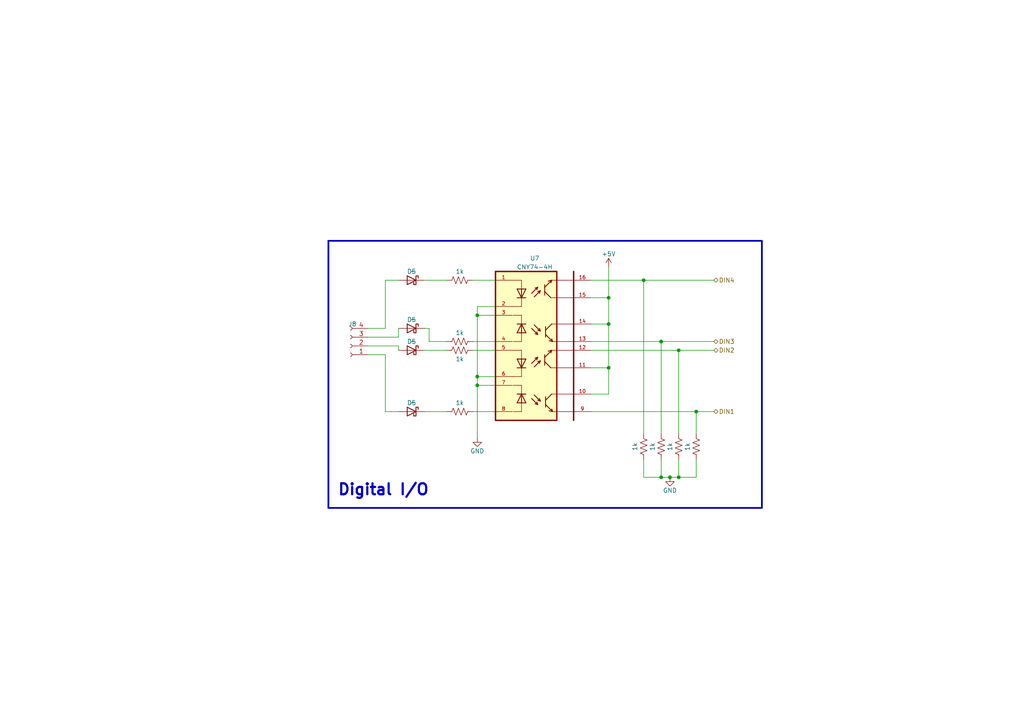
<source format=kicad_sch>
(kicad_sch (version 20230121) (generator eeschema)

  (uuid b012e465-96fd-4da8-95eb-3c0cecf639de)

  (paper "A4")

  (lib_symbols
    (symbol "CNY74-4H:CNY74-4H" (pin_names (offset 1.016)) (in_bom yes) (on_board yes)
      (property "Reference" "U" (at 0 -5.08 0)
        (effects (font (size 1.27 1.27)) (justify left bottom))
      )
      (property "Value" "CNY74-4H" (at 0 -2.54 0)
        (effects (font (size 1.27 1.27)) (justify left bottom))
      )
      (property "Footprint" "CNY74-4H:DIL16" (at 0 0 0)
        (effects (font (size 1.27 1.27)) (justify bottom) hide)
      )
      (property "Datasheet" "" (at 0 0 0)
        (effects (font (size 1.27 1.27)) hide)
      )
      (property "MF" "Vishay" (at 0 0 0)
        (effects (font (size 1.27 1.27)) (justify bottom) hide)
      )
      (property "Description" "\nOptoisolator Transistor Output 5300Vrms 4 Channel 16-DIP\n" (at 0 0 0)
        (effects (font (size 1.27 1.27)) (justify bottom) hide)
      )
      (property "Package" "DIP-16 Vishay" (at 0 0 0)
        (effects (font (size 1.27 1.27)) (justify bottom) hide)
      )
      (property "MPN" "CNY74-4H" (at 0 0 0)
        (effects (font (size 1.27 1.27)) (justify bottom) hide)
      )
      (property "Price" "None" (at 0 0 0)
        (effects (font (size 1.27 1.27)) (justify bottom) hide)
      )
      (property "Check_prices" "https://www.snapeda.com/parts/CNY74-4H/Vishay+Semiconductor+Opto+Division/view-part/?ref=eda" (at 0 0 0)
        (effects (font (size 1.27 1.27)) (justify bottom) hide)
      )
      (property "SnapEDA_Link" "https://www.snapeda.com/parts/CNY74-4H/Vishay+Semiconductor+Opto+Division/view-part/?ref=snap" (at 0 0 0)
        (effects (font (size 1.27 1.27)) (justify bottom) hide)
      )
      (property "MP" "CNY74-4H" (at 0 0 0)
        (effects (font (size 1.27 1.27)) (justify bottom) hide)
      )
      (property "Availability" "In Stock" (at 0 0 0)
        (effects (font (size 1.27 1.27)) (justify bottom) hide)
      )
      (property "MANUFACTURER" "Vishay" (at 0 0 0)
        (effects (font (size 1.27 1.27)) (justify bottom) hide)
      )
      (symbol "CNY74-4H_0_0"
        (rectangle (start -4.8752 0) (end 12.9048 43.18)
          (stroke (width 0.4064) (type default))
          (fill (type background))
        )
        (polyline
          (pts
            (xy 0 12.7)
            (xy 2.667 12.7)
          )
          (stroke (width 0.1524) (type default))
          (fill (type none))
        )
        (polyline
          (pts
            (xy 0 20.32)
            (xy 2.667 20.32)
          )
          (stroke (width 0.1524) (type default))
          (fill (type none))
        )
        (polyline
          (pts
            (xy 0 33.02)
            (xy 2.667 33.02)
          )
          (stroke (width 0.1524) (type default))
          (fill (type none))
        )
        (polyline
          (pts
            (xy 0 40.64)
            (xy 2.667 40.64)
          )
          (stroke (width 0.1524) (type default))
          (fill (type none))
        )
        (polyline
          (pts
            (xy 0.254 2.54)
            (xy 2.667 2.54)
          )
          (stroke (width 0.1524) (type default))
          (fill (type none))
        )
        (polyline
          (pts
            (xy 0.254 10.16)
            (xy 2.667 10.16)
          )
          (stroke (width 0.1524) (type default))
          (fill (type none))
        )
        (polyline
          (pts
            (xy 0.254 22.86)
            (xy 2.667 22.86)
          )
          (stroke (width 0.1524) (type default))
          (fill (type none))
        )
        (polyline
          (pts
            (xy 0.254 30.48)
            (xy 2.667 30.48)
          )
          (stroke (width 0.1524) (type default))
          (fill (type none))
        )
        (polyline
          (pts
            (xy 2.667 5.08)
            (xy 1.397 5.08)
          )
          (stroke (width 0.254) (type default))
          (fill (type none))
        )
        (polyline
          (pts
            (xy 2.667 5.08)
            (xy 2.667 2.54)
          )
          (stroke (width 0.1524) (type default))
          (fill (type none))
        )
        (polyline
          (pts
            (xy 2.667 5.08)
            (xy 2.667 7.62)
          )
          (stroke (width 0.254) (type default))
          (fill (type none))
        )
        (polyline
          (pts
            (xy 2.667 7.62)
            (xy 1.397 5.08)
          )
          (stroke (width 0.254) (type default))
          (fill (type none))
        )
        (polyline
          (pts
            (xy 2.667 7.62)
            (xy 1.397 7.62)
          )
          (stroke (width 0.254) (type default))
          (fill (type none))
        )
        (polyline
          (pts
            (xy 2.667 10.16)
            (xy 2.667 7.62)
          )
          (stroke (width 0.1524) (type default))
          (fill (type none))
        )
        (polyline
          (pts
            (xy 2.667 12.7)
            (xy 2.667 15.24)
          )
          (stroke (width 0.1524) (type default))
          (fill (type none))
        )
        (polyline
          (pts
            (xy 2.667 15.24)
            (xy 1.397 15.24)
          )
          (stroke (width 0.254) (type default))
          (fill (type none))
        )
        (polyline
          (pts
            (xy 2.667 15.24)
            (xy 1.397 17.78)
          )
          (stroke (width 0.254) (type default))
          (fill (type none))
        )
        (polyline
          (pts
            (xy 2.667 17.78)
            (xy 1.397 17.78)
          )
          (stroke (width 0.254) (type default))
          (fill (type none))
        )
        (polyline
          (pts
            (xy 2.667 17.78)
            (xy 2.667 15.24)
          )
          (stroke (width 0.254) (type default))
          (fill (type none))
        )
        (polyline
          (pts
            (xy 2.667 17.78)
            (xy 2.667 20.32)
          )
          (stroke (width 0.1524) (type default))
          (fill (type none))
        )
        (polyline
          (pts
            (xy 2.667 25.4)
            (xy 1.397 25.4)
          )
          (stroke (width 0.254) (type default))
          (fill (type none))
        )
        (polyline
          (pts
            (xy 2.667 25.4)
            (xy 2.667 22.86)
          )
          (stroke (width 0.1524) (type default))
          (fill (type none))
        )
        (polyline
          (pts
            (xy 2.667 25.4)
            (xy 2.667 27.94)
          )
          (stroke (width 0.254) (type default))
          (fill (type none))
        )
        (polyline
          (pts
            (xy 2.667 27.94)
            (xy 1.397 25.4)
          )
          (stroke (width 0.254) (type default))
          (fill (type none))
        )
        (polyline
          (pts
            (xy 2.667 27.94)
            (xy 1.397 27.94)
          )
          (stroke (width 0.254) (type default))
          (fill (type none))
        )
        (polyline
          (pts
            (xy 2.667 30.48)
            (xy 2.667 27.94)
          )
          (stroke (width 0.1524) (type default))
          (fill (type none))
        )
        (polyline
          (pts
            (xy 2.667 33.02)
            (xy 2.667 35.56)
          )
          (stroke (width 0.1524) (type default))
          (fill (type none))
        )
        (polyline
          (pts
            (xy 2.667 35.56)
            (xy 1.397 35.56)
          )
          (stroke (width 0.254) (type default))
          (fill (type none))
        )
        (polyline
          (pts
            (xy 2.667 35.56)
            (xy 1.397 38.1)
          )
          (stroke (width 0.254) (type default))
          (fill (type none))
        )
        (polyline
          (pts
            (xy 2.667 38.1)
            (xy 1.397 38.1)
          )
          (stroke (width 0.254) (type default))
          (fill (type none))
        )
        (polyline
          (pts
            (xy 2.667 38.1)
            (xy 2.667 35.56)
          )
          (stroke (width 0.254) (type default))
          (fill (type none))
        )
        (polyline
          (pts
            (xy 2.667 38.1)
            (xy 2.667 40.64)
          )
          (stroke (width 0.1524) (type default))
          (fill (type none))
        )
        (polyline
          (pts
            (xy 3.937 5.08)
            (xy 2.667 5.08)
          )
          (stroke (width 0.254) (type default))
          (fill (type none))
        )
        (polyline
          (pts
            (xy 3.937 5.08)
            (xy 2.667 7.62)
          )
          (stroke (width 0.254) (type default))
          (fill (type none))
        )
        (polyline
          (pts
            (xy 3.937 7.62)
            (xy 2.667 7.62)
          )
          (stroke (width 0.254) (type default))
          (fill (type none))
        )
        (polyline
          (pts
            (xy 3.937 15.24)
            (xy 2.667 15.24)
          )
          (stroke (width 0.254) (type default))
          (fill (type none))
        )
        (polyline
          (pts
            (xy 3.937 17.78)
            (xy 2.667 15.24)
          )
          (stroke (width 0.254) (type default))
          (fill (type none))
        )
        (polyline
          (pts
            (xy 3.937 17.78)
            (xy 2.667 17.78)
          )
          (stroke (width 0.254) (type default))
          (fill (type none))
        )
        (polyline
          (pts
            (xy 3.937 25.4)
            (xy 2.667 25.4)
          )
          (stroke (width 0.254) (type default))
          (fill (type none))
        )
        (polyline
          (pts
            (xy 3.937 25.4)
            (xy 2.667 27.94)
          )
          (stroke (width 0.254) (type default))
          (fill (type none))
        )
        (polyline
          (pts
            (xy 3.937 27.94)
            (xy 2.667 27.94)
          )
          (stroke (width 0.254) (type default))
          (fill (type none))
        )
        (polyline
          (pts
            (xy 3.937 35.56)
            (xy 2.667 35.56)
          )
          (stroke (width 0.254) (type default))
          (fill (type none))
        )
        (polyline
          (pts
            (xy 3.937 38.1)
            (xy 2.667 35.56)
          )
          (stroke (width 0.254) (type default))
          (fill (type none))
        )
        (polyline
          (pts
            (xy 3.937 38.1)
            (xy 2.667 38.1)
          )
          (stroke (width 0.254) (type default))
          (fill (type none))
        )
        (polyline
          (pts
            (xy 5.588 6.35)
            (xy 7.366 4.572)
          )
          (stroke (width 0.254) (type default))
          (fill (type none))
        )
        (polyline
          (pts
            (xy 5.588 16.51)
            (xy 7.366 18.288)
          )
          (stroke (width 0.254) (type default))
          (fill (type none))
        )
        (polyline
          (pts
            (xy 5.588 26.67)
            (xy 7.366 24.892)
          )
          (stroke (width 0.254) (type default))
          (fill (type none))
        )
        (polyline
          (pts
            (xy 5.588 36.83)
            (xy 7.366 38.608)
          )
          (stroke (width 0.254) (type default))
          (fill (type none))
        )
        (polyline
          (pts
            (xy 6.35 7.366)
            (xy 8.128 5.588)
          )
          (stroke (width 0.254) (type default))
          (fill (type none))
        )
        (polyline
          (pts
            (xy 6.35 15.494)
            (xy 8.128 17.272)
          )
          (stroke (width 0.254) (type default))
          (fill (type none))
        )
        (polyline
          (pts
            (xy 6.35 27.686)
            (xy 8.128 25.908)
          )
          (stroke (width 0.254) (type default))
          (fill (type none))
        )
        (polyline
          (pts
            (xy 6.35 35.814)
            (xy 8.128 37.592)
          )
          (stroke (width 0.254) (type default))
          (fill (type none))
        )
        (polyline
          (pts
            (xy 7.366 4.572)
            (xy 6.604 4.826)
          )
          (stroke (width 0.254) (type default))
          (fill (type none))
        )
        (polyline
          (pts
            (xy 7.366 4.572)
            (xy 7.112 5.334)
          )
          (stroke (width 0.254) (type default))
          (fill (type none))
        )
        (polyline
          (pts
            (xy 7.366 18.288)
            (xy 6.604 18.034)
          )
          (stroke (width 0.254) (type default))
          (fill (type none))
        )
        (polyline
          (pts
            (xy 7.366 18.288)
            (xy 7.112 17.526)
          )
          (stroke (width 0.254) (type default))
          (fill (type none))
        )
        (polyline
          (pts
            (xy 7.366 24.892)
            (xy 6.604 25.146)
          )
          (stroke (width 0.254) (type default))
          (fill (type none))
        )
        (polyline
          (pts
            (xy 7.366 24.892)
            (xy 7.112 25.654)
          )
          (stroke (width 0.254) (type default))
          (fill (type none))
        )
        (polyline
          (pts
            (xy 7.366 38.608)
            (xy 6.604 38.354)
          )
          (stroke (width 0.254) (type default))
          (fill (type none))
        )
        (polyline
          (pts
            (xy 7.366 38.608)
            (xy 7.112 37.846)
          )
          (stroke (width 0.254) (type default))
          (fill (type none))
        )
        (polyline
          (pts
            (xy 8.128 5.588)
            (xy 7.366 5.842)
          )
          (stroke (width 0.254) (type default))
          (fill (type none))
        )
        (polyline
          (pts
            (xy 8.128 5.588)
            (xy 7.874 6.35)
          )
          (stroke (width 0.254) (type default))
          (fill (type none))
        )
        (polyline
          (pts
            (xy 8.128 17.272)
            (xy 7.366 17.018)
          )
          (stroke (width 0.254) (type default))
          (fill (type none))
        )
        (polyline
          (pts
            (xy 8.128 17.272)
            (xy 7.874 16.51)
          )
          (stroke (width 0.254) (type default))
          (fill (type none))
        )
        (polyline
          (pts
            (xy 8.128 25.908)
            (xy 7.366 26.162)
          )
          (stroke (width 0.254) (type default))
          (fill (type none))
        )
        (polyline
          (pts
            (xy 8.128 25.908)
            (xy 7.874 26.67)
          )
          (stroke (width 0.254) (type default))
          (fill (type none))
        )
        (polyline
          (pts
            (xy 8.128 37.592)
            (xy 7.366 37.338)
          )
          (stroke (width 0.254) (type default))
          (fill (type none))
        )
        (polyline
          (pts
            (xy 8.128 37.592)
            (xy 7.874 36.83)
          )
          (stroke (width 0.254) (type default))
          (fill (type none))
        )
        (polyline
          (pts
            (xy 9.398 17.018)
            (xy 9.398 16.002)
          )
          (stroke (width 0.254) (type default))
          (fill (type none))
        )
        (polyline
          (pts
            (xy 9.398 18.288)
            (xy 9.398 17.018)
          )
          (stroke (width 0.254) (type default))
          (fill (type none))
        )
        (polyline
          (pts
            (xy 9.398 18.288)
            (xy 9.398 19.05)
          )
          (stroke (width 0.254) (type default))
          (fill (type none))
        )
        (polyline
          (pts
            (xy 9.398 18.288)
            (xy 11.43 20.32)
          )
          (stroke (width 0.254) (type default))
          (fill (type none))
        )
        (polyline
          (pts
            (xy 9.398 37.338)
            (xy 9.398 36.322)
          )
          (stroke (width 0.254) (type default))
          (fill (type none))
        )
        (polyline
          (pts
            (xy 9.398 38.608)
            (xy 9.398 37.338)
          )
          (stroke (width 0.254) (type default))
          (fill (type none))
        )
        (polyline
          (pts
            (xy 9.398 38.608)
            (xy 9.398 39.37)
          )
          (stroke (width 0.254) (type default))
          (fill (type none))
        )
        (polyline
          (pts
            (xy 9.398 38.608)
            (xy 11.43 40.64)
          )
          (stroke (width 0.254) (type default))
          (fill (type none))
        )
        (polyline
          (pts
            (xy 9.652 4.572)
            (xy 9.652 3.81)
          )
          (stroke (width 0.254) (type default))
          (fill (type none))
        )
        (polyline
          (pts
            (xy 9.652 4.572)
            (xy 9.652 5.842)
          )
          (stroke (width 0.254) (type default))
          (fill (type none))
        )
        (polyline
          (pts
            (xy 9.652 4.572)
            (xy 11.684 2.54)
          )
          (stroke (width 0.254) (type default))
          (fill (type none))
        )
        (polyline
          (pts
            (xy 9.652 5.842)
            (xy 9.652 6.858)
          )
          (stroke (width 0.254) (type default))
          (fill (type none))
        )
        (polyline
          (pts
            (xy 9.652 24.892)
            (xy 9.652 24.13)
          )
          (stroke (width 0.254) (type default))
          (fill (type none))
        )
        (polyline
          (pts
            (xy 9.652 24.892)
            (xy 9.652 26.162)
          )
          (stroke (width 0.254) (type default))
          (fill (type none))
        )
        (polyline
          (pts
            (xy 9.652 24.892)
            (xy 11.684 22.86)
          )
          (stroke (width 0.254) (type default))
          (fill (type none))
        )
        (polyline
          (pts
            (xy 9.652 26.162)
            (xy 9.652 27.178)
          )
          (stroke (width 0.254) (type default))
          (fill (type none))
        )
        (polyline
          (pts
            (xy 11.176 15.24)
            (xy 9.398 17.018)
          )
          (stroke (width 0.254) (type default))
          (fill (type none))
        )
        (polyline
          (pts
            (xy 11.176 15.24)
            (xy 17.78 15.24)
          )
          (stroke (width 0.1524) (type default))
          (fill (type none))
        )
        (polyline
          (pts
            (xy 11.176 35.56)
            (xy 9.398 37.338)
          )
          (stroke (width 0.254) (type default))
          (fill (type none))
        )
        (polyline
          (pts
            (xy 11.176 35.56)
            (xy 17.78 35.56)
          )
          (stroke (width 0.1524) (type default))
          (fill (type none))
        )
        (polyline
          (pts
            (xy 11.43 7.62)
            (xy 9.652 5.842)
          )
          (stroke (width 0.254) (type default))
          (fill (type none))
        )
        (polyline
          (pts
            (xy 11.43 7.62)
            (xy 18.034 7.62)
          )
          (stroke (width 0.1524) (type default))
          (fill (type none))
        )
        (polyline
          (pts
            (xy 11.43 20.32)
            (xy 10.414 20.066)
          )
          (stroke (width 0.254) (type default))
          (fill (type none))
        )
        (polyline
          (pts
            (xy 11.43 20.32)
            (xy 11.176 19.558)
          )
          (stroke (width 0.254) (type default))
          (fill (type none))
        )
        (polyline
          (pts
            (xy 11.43 27.94)
            (xy 9.652 26.162)
          )
          (stroke (width 0.254) (type default))
          (fill (type none))
        )
        (polyline
          (pts
            (xy 11.43 27.94)
            (xy 18.034 27.94)
          )
          (stroke (width 0.1524) (type default))
          (fill (type none))
        )
        (polyline
          (pts
            (xy 11.43 40.64)
            (xy 10.414 40.386)
          )
          (stroke (width 0.254) (type default))
          (fill (type none))
        )
        (polyline
          (pts
            (xy 11.43 40.64)
            (xy 11.176 39.878)
          )
          (stroke (width 0.254) (type default))
          (fill (type none))
        )
        (polyline
          (pts
            (xy 11.684 2.54)
            (xy 10.668 2.794)
          )
          (stroke (width 0.254) (type default))
          (fill (type none))
        )
        (polyline
          (pts
            (xy 11.684 2.54)
            (xy 11.43 3.302)
          )
          (stroke (width 0.254) (type default))
          (fill (type none))
        )
        (polyline
          (pts
            (xy 11.684 22.86)
            (xy 10.668 23.114)
          )
          (stroke (width 0.254) (type default))
          (fill (type none))
        )
        (polyline
          (pts
            (xy 11.684 22.86)
            (xy 11.43 23.622)
          )
          (stroke (width 0.254) (type default))
          (fill (type none))
        )
        (polyline
          (pts
            (xy 17.78 20.32)
            (xy 11.43 20.32)
          )
          (stroke (width 0.1524) (type default))
          (fill (type none))
        )
        (polyline
          (pts
            (xy 17.78 40.64)
            (xy 11.43 40.64)
          )
          (stroke (width 0.1524) (type default))
          (fill (type none))
        )
        (polyline
          (pts
            (xy 17.78 43.18)
            (xy 17.78 0)
          )
          (stroke (width 0.4064) (type default))
          (fill (type none))
        )
        (polyline
          (pts
            (xy 18.034 2.54)
            (xy 11.684 2.54)
          )
          (stroke (width 0.1524) (type default))
          (fill (type none))
        )
        (polyline
          (pts
            (xy 18.034 22.86)
            (xy 11.684 22.86)
          )
          (stroke (width 0.1524) (type default))
          (fill (type none))
        )
        (pin passive line (at -5.08 40.64 0) (length 5.08)
          (name "~" (effects (font (size 1.016 1.016))))
          (number "1" (effects (font (size 1.016 1.016))))
        )
        (pin output line (at 22.86 7.62 180) (length 5.08)
          (name "~" (effects (font (size 1.016 1.016))))
          (number "10" (effects (font (size 1.016 1.016))))
        )
        (pin output line (at 22.86 15.24 180) (length 5.08)
          (name "~" (effects (font (size 1.016 1.016))))
          (number "11" (effects (font (size 1.016 1.016))))
        )
        (pin power_in line (at 22.86 20.32 180) (length 5.08)
          (name "~" (effects (font (size 1.016 1.016))))
          (number "12" (effects (font (size 1.016 1.016))))
        )
        (pin power_in line (at 22.86 22.86 180) (length 5.08)
          (name "~" (effects (font (size 1.016 1.016))))
          (number "13" (effects (font (size 1.016 1.016))))
        )
        (pin output line (at 22.86 27.94 180) (length 5.08)
          (name "~" (effects (font (size 1.016 1.016))))
          (number "14" (effects (font (size 1.016 1.016))))
        )
        (pin output line (at 22.86 35.56 180) (length 5.08)
          (name "~" (effects (font (size 1.016 1.016))))
          (number "15" (effects (font (size 1.016 1.016))))
        )
        (pin power_in line (at 22.86 40.64 180) (length 5.08)
          (name "~" (effects (font (size 1.016 1.016))))
          (number "16" (effects (font (size 1.016 1.016))))
        )
        (pin passive line (at -5.08 33.02 0) (length 5.08)
          (name "~" (effects (font (size 1.016 1.016))))
          (number "2" (effects (font (size 1.016 1.016))))
        )
        (pin passive line (at -5.08 30.48 0) (length 5.08)
          (name "~" (effects (font (size 1.016 1.016))))
          (number "3" (effects (font (size 1.016 1.016))))
        )
        (pin passive line (at -5.08 22.86 0) (length 5.08)
          (name "~" (effects (font (size 1.016 1.016))))
          (number "4" (effects (font (size 1.016 1.016))))
        )
        (pin passive line (at -5.08 20.32 0) (length 5.08)
          (name "~" (effects (font (size 1.016 1.016))))
          (number "5" (effects (font (size 1.016 1.016))))
        )
        (pin passive line (at -5.08 12.7 0) (length 5.08)
          (name "~" (effects (font (size 1.016 1.016))))
          (number "6" (effects (font (size 1.016 1.016))))
        )
        (pin passive line (at -5.08 10.16 0) (length 5.08)
          (name "~" (effects (font (size 1.016 1.016))))
          (number "7" (effects (font (size 1.016 1.016))))
        )
        (pin passive line (at -5.08 2.54 0) (length 5.08)
          (name "~" (effects (font (size 1.016 1.016))))
          (number "8" (effects (font (size 1.016 1.016))))
        )
        (pin power_in line (at 22.86 2.54 180) (length 5.08)
          (name "~" (effects (font (size 1.016 1.016))))
          (number "9" (effects (font (size 1.016 1.016))))
        )
      )
    )
    (symbol "Connector:Conn_01x04_Socket" (pin_names (offset 1.016) hide) (in_bom yes) (on_board yes)
      (property "Reference" "J" (at 0 5.08 0)
        (effects (font (size 1.27 1.27)))
      )
      (property "Value" "Conn_01x04_Socket" (at 0 -7.62 0)
        (effects (font (size 1.27 1.27)))
      )
      (property "Footprint" "" (at 0 0 0)
        (effects (font (size 1.27 1.27)) hide)
      )
      (property "Datasheet" "~" (at 0 0 0)
        (effects (font (size 1.27 1.27)) hide)
      )
      (property "ki_locked" "" (at 0 0 0)
        (effects (font (size 1.27 1.27)))
      )
      (property "ki_keywords" "connector" (at 0 0 0)
        (effects (font (size 1.27 1.27)) hide)
      )
      (property "ki_description" "Generic connector, single row, 01x04, script generated" (at 0 0 0)
        (effects (font (size 1.27 1.27)) hide)
      )
      (property "ki_fp_filters" "Connector*:*_1x??_*" (at 0 0 0)
        (effects (font (size 1.27 1.27)) hide)
      )
      (symbol "Conn_01x04_Socket_1_1"
        (arc (start 0 -4.572) (mid -0.5058 -5.08) (end 0 -5.588)
          (stroke (width 0.1524) (type default))
          (fill (type none))
        )
        (arc (start 0 -2.032) (mid -0.5058 -2.54) (end 0 -3.048)
          (stroke (width 0.1524) (type default))
          (fill (type none))
        )
        (polyline
          (pts
            (xy -1.27 -5.08)
            (xy -0.508 -5.08)
          )
          (stroke (width 0.1524) (type default))
          (fill (type none))
        )
        (polyline
          (pts
            (xy -1.27 -2.54)
            (xy -0.508 -2.54)
          )
          (stroke (width 0.1524) (type default))
          (fill (type none))
        )
        (polyline
          (pts
            (xy -1.27 0)
            (xy -0.508 0)
          )
          (stroke (width 0.1524) (type default))
          (fill (type none))
        )
        (polyline
          (pts
            (xy -1.27 2.54)
            (xy -0.508 2.54)
          )
          (stroke (width 0.1524) (type default))
          (fill (type none))
        )
        (arc (start 0 0.508) (mid -0.5058 0) (end 0 -0.508)
          (stroke (width 0.1524) (type default))
          (fill (type none))
        )
        (arc (start 0 3.048) (mid -0.5058 2.54) (end 0 2.032)
          (stroke (width 0.1524) (type default))
          (fill (type none))
        )
        (pin passive line (at -5.08 2.54 0) (length 3.81)
          (name "Pin_1" (effects (font (size 1.27 1.27))))
          (number "1" (effects (font (size 1.27 1.27))))
        )
        (pin passive line (at -5.08 0 0) (length 3.81)
          (name "Pin_2" (effects (font (size 1.27 1.27))))
          (number "2" (effects (font (size 1.27 1.27))))
        )
        (pin passive line (at -5.08 -2.54 0) (length 3.81)
          (name "Pin_3" (effects (font (size 1.27 1.27))))
          (number "3" (effects (font (size 1.27 1.27))))
        )
        (pin passive line (at -5.08 -5.08 0) (length 3.81)
          (name "Pin_4" (effects (font (size 1.27 1.27))))
          (number "4" (effects (font (size 1.27 1.27))))
        )
      )
    )
    (symbol "Device:D_Schottky" (pin_numbers hide) (pin_names (offset 1.016) hide) (in_bom yes) (on_board yes)
      (property "Reference" "D" (at 0 2.54 0)
        (effects (font (size 1.27 1.27)))
      )
      (property "Value" "D_Schottky" (at 0 -2.54 0)
        (effects (font (size 1.27 1.27)))
      )
      (property "Footprint" "" (at 0 0 0)
        (effects (font (size 1.27 1.27)) hide)
      )
      (property "Datasheet" "~" (at 0 0 0)
        (effects (font (size 1.27 1.27)) hide)
      )
      (property "ki_keywords" "diode Schottky" (at 0 0 0)
        (effects (font (size 1.27 1.27)) hide)
      )
      (property "ki_description" "Schottky diode" (at 0 0 0)
        (effects (font (size 1.27 1.27)) hide)
      )
      (property "ki_fp_filters" "TO-???* *_Diode_* *SingleDiode* D_*" (at 0 0 0)
        (effects (font (size 1.27 1.27)) hide)
      )
      (symbol "D_Schottky_0_1"
        (polyline
          (pts
            (xy 1.27 0)
            (xy -1.27 0)
          )
          (stroke (width 0) (type default))
          (fill (type none))
        )
        (polyline
          (pts
            (xy 1.27 1.27)
            (xy 1.27 -1.27)
            (xy -1.27 0)
            (xy 1.27 1.27)
          )
          (stroke (width 0.254) (type default))
          (fill (type none))
        )
        (polyline
          (pts
            (xy -1.905 0.635)
            (xy -1.905 1.27)
            (xy -1.27 1.27)
            (xy -1.27 -1.27)
            (xy -0.635 -1.27)
            (xy -0.635 -0.635)
          )
          (stroke (width 0.254) (type default))
          (fill (type none))
        )
      )
      (symbol "D_Schottky_1_1"
        (pin passive line (at -3.81 0 0) (length 2.54)
          (name "K" (effects (font (size 1.27 1.27))))
          (number "1" (effects (font (size 1.27 1.27))))
        )
        (pin passive line (at 3.81 0 180) (length 2.54)
          (name "A" (effects (font (size 1.27 1.27))))
          (number "2" (effects (font (size 1.27 1.27))))
        )
      )
    )
    (symbol "Device:R_US" (pin_numbers hide) (pin_names (offset 0)) (in_bom yes) (on_board yes)
      (property "Reference" "R" (at 2.54 0 90)
        (effects (font (size 1.27 1.27)))
      )
      (property "Value" "R_US" (at -2.54 0 90)
        (effects (font (size 1.27 1.27)))
      )
      (property "Footprint" "" (at 1.016 -0.254 90)
        (effects (font (size 1.27 1.27)) hide)
      )
      (property "Datasheet" "~" (at 0 0 0)
        (effects (font (size 1.27 1.27)) hide)
      )
      (property "ki_keywords" "R res resistor" (at 0 0 0)
        (effects (font (size 1.27 1.27)) hide)
      )
      (property "ki_description" "Resistor, US symbol" (at 0 0 0)
        (effects (font (size 1.27 1.27)) hide)
      )
      (property "ki_fp_filters" "R_*" (at 0 0 0)
        (effects (font (size 1.27 1.27)) hide)
      )
      (symbol "R_US_0_1"
        (polyline
          (pts
            (xy 0 -2.286)
            (xy 0 -2.54)
          )
          (stroke (width 0) (type default))
          (fill (type none))
        )
        (polyline
          (pts
            (xy 0 2.286)
            (xy 0 2.54)
          )
          (stroke (width 0) (type default))
          (fill (type none))
        )
        (polyline
          (pts
            (xy 0 -0.762)
            (xy 1.016 -1.143)
            (xy 0 -1.524)
            (xy -1.016 -1.905)
            (xy 0 -2.286)
          )
          (stroke (width 0) (type default))
          (fill (type none))
        )
        (polyline
          (pts
            (xy 0 0.762)
            (xy 1.016 0.381)
            (xy 0 0)
            (xy -1.016 -0.381)
            (xy 0 -0.762)
          )
          (stroke (width 0) (type default))
          (fill (type none))
        )
        (polyline
          (pts
            (xy 0 2.286)
            (xy 1.016 1.905)
            (xy 0 1.524)
            (xy -1.016 1.143)
            (xy 0 0.762)
          )
          (stroke (width 0) (type default))
          (fill (type none))
        )
      )
      (symbol "R_US_1_1"
        (pin passive line (at 0 3.81 270) (length 1.27)
          (name "~" (effects (font (size 1.27 1.27))))
          (number "1" (effects (font (size 1.27 1.27))))
        )
        (pin passive line (at 0 -3.81 90) (length 1.27)
          (name "~" (effects (font (size 1.27 1.27))))
          (number "2" (effects (font (size 1.27 1.27))))
        )
      )
    )
    (symbol "power:+5V" (power) (pin_names (offset 0)) (in_bom yes) (on_board yes)
      (property "Reference" "#PWR" (at 0 -3.81 0)
        (effects (font (size 1.27 1.27)) hide)
      )
      (property "Value" "+5V" (at 0 3.556 0)
        (effects (font (size 1.27 1.27)))
      )
      (property "Footprint" "" (at 0 0 0)
        (effects (font (size 1.27 1.27)) hide)
      )
      (property "Datasheet" "" (at 0 0 0)
        (effects (font (size 1.27 1.27)) hide)
      )
      (property "ki_keywords" "global power" (at 0 0 0)
        (effects (font (size 1.27 1.27)) hide)
      )
      (property "ki_description" "Power symbol creates a global label with name \"+5V\"" (at 0 0 0)
        (effects (font (size 1.27 1.27)) hide)
      )
      (symbol "+5V_0_1"
        (polyline
          (pts
            (xy -0.762 1.27)
            (xy 0 2.54)
          )
          (stroke (width 0) (type default))
          (fill (type none))
        )
        (polyline
          (pts
            (xy 0 0)
            (xy 0 2.54)
          )
          (stroke (width 0) (type default))
          (fill (type none))
        )
        (polyline
          (pts
            (xy 0 2.54)
            (xy 0.762 1.27)
          )
          (stroke (width 0) (type default))
          (fill (type none))
        )
      )
      (symbol "+5V_1_1"
        (pin power_in line (at 0 0 90) (length 0) hide
          (name "+5V" (effects (font (size 1.27 1.27))))
          (number "1" (effects (font (size 1.27 1.27))))
        )
      )
    )
    (symbol "power:GND" (power) (pin_names (offset 0)) (in_bom yes) (on_board yes)
      (property "Reference" "#PWR" (at 0 -6.35 0)
        (effects (font (size 1.27 1.27)) hide)
      )
      (property "Value" "GND" (at 0 -3.81 0)
        (effects (font (size 1.27 1.27)))
      )
      (property "Footprint" "" (at 0 0 0)
        (effects (font (size 1.27 1.27)) hide)
      )
      (property "Datasheet" "" (at 0 0 0)
        (effects (font (size 1.27 1.27)) hide)
      )
      (property "ki_keywords" "global power" (at 0 0 0)
        (effects (font (size 1.27 1.27)) hide)
      )
      (property "ki_description" "Power symbol creates a global label with name \"GND\" , ground" (at 0 0 0)
        (effects (font (size 1.27 1.27)) hide)
      )
      (symbol "GND_0_1"
        (polyline
          (pts
            (xy 0 0)
            (xy 0 -1.27)
            (xy 1.27 -1.27)
            (xy 0 -2.54)
            (xy -1.27 -1.27)
            (xy 0 -1.27)
          )
          (stroke (width 0) (type default))
          (fill (type none))
        )
      )
      (symbol "GND_1_1"
        (pin power_in line (at 0 0 270) (length 0) hide
          (name "GND" (effects (font (size 1.27 1.27))))
          (number "1" (effects (font (size 1.27 1.27))))
        )
      )
    )
  )

  (junction (at 138.43 91.44) (diameter 0) (color 0 0 0 0)
    (uuid 06d71c79-504e-4c90-8314-b4b7f866388c)
  )
  (junction (at 201.93 119.38) (diameter 0) (color 0 0 0 0)
    (uuid 11d53440-81a8-43fc-98e6-8f36bc2f6bc5)
  )
  (junction (at 186.69 81.28) (diameter 0) (color 0 0 0 0)
    (uuid 40acc1e1-e46a-49bc-a5aa-6713913f094b)
  )
  (junction (at 191.77 138.43) (diameter 0) (color 0 0 0 0)
    (uuid 41ea995a-8b38-4f42-8fef-2773c9353cfa)
  )
  (junction (at 138.43 109.22) (diameter 0) (color 0 0 0 0)
    (uuid 57c926b9-a468-4e2c-b29e-a292e343dd1b)
  )
  (junction (at 176.53 86.36) (diameter 0) (color 0 0 0 0)
    (uuid 60f45778-d8b3-4855-b53c-da5de4062e16)
  )
  (junction (at 196.85 138.43) (diameter 0) (color 0 0 0 0)
    (uuid 8c7fe32e-8377-4929-a8a5-db392359f87e)
  )
  (junction (at 191.77 99.06) (diameter 0) (color 0 0 0 0)
    (uuid a8bdd618-13b8-4290-8280-ce2ad63c8a66)
  )
  (junction (at 176.53 93.98) (diameter 0) (color 0 0 0 0)
    (uuid a8ea923c-2f88-4009-ba0f-d40f4bb195fe)
  )
  (junction (at 138.43 111.76) (diameter 0) (color 0 0 0 0)
    (uuid cafe46ab-9b98-4391-bb64-bf4bb36cea73)
  )
  (junction (at 194.31 138.43) (diameter 0) (color 0 0 0 0)
    (uuid ce611626-4e91-4490-9020-e2c2262ce0e6)
  )
  (junction (at 176.53 106.68) (diameter 0) (color 0 0 0 0)
    (uuid d27ec70d-9674-4056-b817-a5a3d4b20ac2)
  )
  (junction (at 196.85 101.6) (diameter 0) (color 0 0 0 0)
    (uuid d993d564-2871-424a-9b49-69ecebdb5673)
  )

  (wire (pts (xy 186.69 133.35) (xy 186.69 138.43))
    (stroke (width 0) (type default))
    (uuid 076eecce-ea40-417a-8751-ee0653cef107)
  )
  (wire (pts (xy 115.57 97.79) (xy 115.57 95.25))
    (stroke (width 0) (type default))
    (uuid 0c779a35-c56a-44f1-8660-111092b1aabb)
  )
  (wire (pts (xy 138.43 91.44) (xy 143.51 91.44))
    (stroke (width 0) (type default))
    (uuid 0f513541-10c3-4f34-b968-d86bcb7637a7)
  )
  (wire (pts (xy 191.77 133.35) (xy 191.77 138.43))
    (stroke (width 0) (type default))
    (uuid 0feed9e3-288b-4fc0-ac87-a0eeafae096a)
  )
  (wire (pts (xy 176.53 93.98) (xy 176.53 86.36))
    (stroke (width 0) (type default))
    (uuid 1355b55f-7ae8-4e2a-80bf-835676efc9a6)
  )
  (wire (pts (xy 186.69 81.28) (xy 186.69 125.73))
    (stroke (width 0) (type default))
    (uuid 1c2c2f89-b442-4fb3-8ce9-8fe106ad5514)
  )
  (wire (pts (xy 124.46 95.25) (xy 124.46 99.06))
    (stroke (width 0) (type default))
    (uuid 1eb18824-f62b-4b9d-aaf9-51d90fb22675)
  )
  (wire (pts (xy 171.45 119.38) (xy 201.93 119.38))
    (stroke (width 0) (type default))
    (uuid 22f579a8-f3b7-4ada-a42a-d7b04830271a)
  )
  (wire (pts (xy 106.68 95.25) (xy 111.76 95.25))
    (stroke (width 0) (type default))
    (uuid 2685282c-eb84-4e64-a315-960716ba6238)
  )
  (wire (pts (xy 123.19 101.6) (xy 129.54 101.6))
    (stroke (width 0) (type default))
    (uuid 27ddf23e-31e3-44f1-8e79-2a824251f33a)
  )
  (wire (pts (xy 194.31 138.43) (xy 196.85 138.43))
    (stroke (width 0) (type default))
    (uuid 28e2aeb3-f381-4ce9-9352-84db98782a2b)
  )
  (wire (pts (xy 171.45 101.6) (xy 196.85 101.6))
    (stroke (width 0) (type default))
    (uuid 2c0c6eaa-4d83-4fc3-bae9-76d6778bed16)
  )
  (wire (pts (xy 138.43 111.76) (xy 143.51 111.76))
    (stroke (width 0) (type default))
    (uuid 3d0d26c2-bae4-4287-99be-9cc1a6503e01)
  )
  (wire (pts (xy 143.51 88.9) (xy 138.43 88.9))
    (stroke (width 0) (type default))
    (uuid 3e0f5824-7006-48fd-9055-3a43fca34946)
  )
  (wire (pts (xy 137.16 101.6) (xy 143.51 101.6))
    (stroke (width 0) (type default))
    (uuid 46752cb1-b0ce-4268-add0-6348ea3b555d)
  )
  (wire (pts (xy 191.77 99.06) (xy 191.77 125.73))
    (stroke (width 0) (type default))
    (uuid 47e0651c-a29e-46c9-b0c3-c595c0275f53)
  )
  (wire (pts (xy 106.68 102.87) (xy 111.76 102.87))
    (stroke (width 0) (type default))
    (uuid 4b65deec-a8ce-4316-ad1d-383ebeb0c0f6)
  )
  (wire (pts (xy 111.76 102.87) (xy 111.76 119.38))
    (stroke (width 0) (type default))
    (uuid 4ffb40b7-0a5b-4391-aab3-62bf4fb6d17d)
  )
  (wire (pts (xy 106.68 97.79) (xy 115.57 97.79))
    (stroke (width 0) (type default))
    (uuid 55afb7f3-5319-49ef-8025-8e28b2810043)
  )
  (wire (pts (xy 143.51 109.22) (xy 138.43 109.22))
    (stroke (width 0) (type default))
    (uuid 672860fb-199f-4fe8-b562-984bf47c68ba)
  )
  (wire (pts (xy 106.68 100.33) (xy 115.57 100.33))
    (stroke (width 0) (type default))
    (uuid 6c67c8fc-6c24-4e6d-8fc8-09b6416cd41f)
  )
  (wire (pts (xy 138.43 109.22) (xy 138.43 111.76))
    (stroke (width 0) (type default))
    (uuid 7e0de18f-57e7-4d9c-ae07-b8d6beeecb89)
  )
  (wire (pts (xy 171.45 114.3) (xy 176.53 114.3))
    (stroke (width 0) (type default))
    (uuid 7f0e4bb3-acd8-432c-a90d-19405a9b73d3)
  )
  (wire (pts (xy 111.76 119.38) (xy 115.57 119.38))
    (stroke (width 0) (type default))
    (uuid 82a1e6e9-bb55-4155-9020-f31d61359c90)
  )
  (wire (pts (xy 176.53 77.47) (xy 176.53 86.36))
    (stroke (width 0) (type default))
    (uuid 82d6ad25-1b7b-4ec0-869a-6e17e57c7c5d)
  )
  (wire (pts (xy 186.69 81.28) (xy 207.01 81.28))
    (stroke (width 0) (type default))
    (uuid 8d327c14-b008-43ed-82f0-940bb7630dc8)
  )
  (wire (pts (xy 201.93 119.38) (xy 207.01 119.38))
    (stroke (width 0) (type default))
    (uuid 910f6baf-3294-4d18-abd1-d7b9c8a14615)
  )
  (wire (pts (xy 196.85 133.35) (xy 196.85 138.43))
    (stroke (width 0) (type default))
    (uuid 9146fb5a-e908-4e39-a30a-7c8b6f2ded3d)
  )
  (wire (pts (xy 138.43 88.9) (xy 138.43 91.44))
    (stroke (width 0) (type default))
    (uuid 959a8e47-f23b-43ca-925d-80ea0ad19343)
  )
  (wire (pts (xy 123.19 119.38) (xy 129.54 119.38))
    (stroke (width 0) (type default))
    (uuid 9f7a65f8-58a2-4e91-b6eb-75620ae21a90)
  )
  (wire (pts (xy 137.16 99.06) (xy 143.51 99.06))
    (stroke (width 0) (type default))
    (uuid 9fefee25-0ad5-4368-81e6-3442d21fdcac)
  )
  (wire (pts (xy 186.69 138.43) (xy 191.77 138.43))
    (stroke (width 0) (type default))
    (uuid a0e41d14-dd8e-45cc-a3a8-a9e1b4313c3b)
  )
  (wire (pts (xy 138.43 91.44) (xy 138.43 109.22))
    (stroke (width 0) (type default))
    (uuid a3064720-d67e-47eb-a0bf-cb1b32183407)
  )
  (wire (pts (xy 171.45 106.68) (xy 176.53 106.68))
    (stroke (width 0) (type default))
    (uuid ab772605-37e6-4738-ad7f-a609c819c395)
  )
  (wire (pts (xy 171.45 81.28) (xy 186.69 81.28))
    (stroke (width 0) (type default))
    (uuid abe0d0e0-463e-439c-af6d-e4437af415d4)
  )
  (wire (pts (xy 111.76 95.25) (xy 111.76 81.28))
    (stroke (width 0) (type default))
    (uuid ac053140-7d8f-4c24-bd35-f3562fd2ba27)
  )
  (wire (pts (xy 137.16 119.38) (xy 143.51 119.38))
    (stroke (width 0) (type default))
    (uuid ad018333-e451-4286-ac5a-d4454c231858)
  )
  (wire (pts (xy 137.16 81.28) (xy 143.51 81.28))
    (stroke (width 0) (type default))
    (uuid b07e79ae-566b-473b-9a8f-9dc20d97f067)
  )
  (wire (pts (xy 201.93 119.38) (xy 201.93 125.73))
    (stroke (width 0) (type default))
    (uuid b21da27a-71a7-4b45-a5b4-c6ac102f6cd8)
  )
  (wire (pts (xy 191.77 99.06) (xy 207.01 99.06))
    (stroke (width 0) (type default))
    (uuid b3224446-6388-4544-8a32-64529ce0358d)
  )
  (wire (pts (xy 201.93 138.43) (xy 201.93 133.35))
    (stroke (width 0) (type default))
    (uuid b87531ed-b82e-408b-931f-7339183e1f89)
  )
  (wire (pts (xy 196.85 101.6) (xy 207.01 101.6))
    (stroke (width 0) (type default))
    (uuid b8da9261-2234-4ab7-a4a3-506a50b0060d)
  )
  (wire (pts (xy 123.19 95.25) (xy 124.46 95.25))
    (stroke (width 0) (type default))
    (uuid ba491b83-be38-4375-aa2d-49f1847a0d20)
  )
  (wire (pts (xy 115.57 100.33) (xy 115.57 101.6))
    (stroke (width 0) (type default))
    (uuid bb78c4e8-439d-4404-84ef-3badaa60c2bf)
  )
  (wire (pts (xy 191.77 138.43) (xy 194.31 138.43))
    (stroke (width 0) (type default))
    (uuid c3b2b7d2-a612-4c57-9124-5316d8d106d8)
  )
  (wire (pts (xy 176.53 106.68) (xy 176.53 93.98))
    (stroke (width 0) (type default))
    (uuid c5a210da-6c7d-48e9-b193-d84e6b4d5140)
  )
  (wire (pts (xy 171.45 93.98) (xy 176.53 93.98))
    (stroke (width 0) (type default))
    (uuid cafe267b-0f6e-468e-a2b0-c13cae58ce93)
  )
  (wire (pts (xy 124.46 99.06) (xy 129.54 99.06))
    (stroke (width 0) (type default))
    (uuid d03f7d54-2afa-4783-81cc-ec0ed061b8a5)
  )
  (wire (pts (xy 176.53 114.3) (xy 176.53 106.68))
    (stroke (width 0) (type default))
    (uuid dca7b73c-7881-4c52-aa0e-aa7755b1df75)
  )
  (wire (pts (xy 171.45 86.36) (xy 176.53 86.36))
    (stroke (width 0) (type default))
    (uuid dd4e5c2c-9004-4465-bf90-d3f791c8f438)
  )
  (wire (pts (xy 171.45 99.06) (xy 191.77 99.06))
    (stroke (width 0) (type default))
    (uuid e291edba-c864-48ca-a03f-5065de4f1c3f)
  )
  (wire (pts (xy 196.85 138.43) (xy 201.93 138.43))
    (stroke (width 0) (type default))
    (uuid e33b877b-2b55-4fce-8aff-30aac4e917ea)
  )
  (wire (pts (xy 111.76 81.28) (xy 115.57 81.28))
    (stroke (width 0) (type default))
    (uuid f3b5ce87-d6a8-4e3f-89d7-cc3e8d5a0648)
  )
  (wire (pts (xy 196.85 101.6) (xy 196.85 125.73))
    (stroke (width 0) (type default))
    (uuid f6be728a-6292-4c38-86f8-3acdb3004697)
  )
  (wire (pts (xy 138.43 111.76) (xy 138.43 127))
    (stroke (width 0) (type default))
    (uuid f7012c9d-478a-40fe-b7ca-5800df6f1faf)
  )
  (wire (pts (xy 123.19 81.28) (xy 129.54 81.28))
    (stroke (width 0) (type default))
    (uuid fbf1112c-52b1-4086-aeb4-39cb39b97ac9)
  )

  (rectangle (start 95.25 69.85) (end 220.98 147.32)
    (stroke (width 0.508) (type default))
    (fill (type none))
    (uuid c28c040f-ce75-4202-a64a-c8e278ac1212)
  )

  (text "Digital I/O" (at 97.79 144.018 0)
    (effects (font (size 3.175 3.175) (thickness 0.635) bold) (justify left bottom))
    (uuid d601829f-41ba-417b-b8c5-6e21f26f1814)
  )

  (hierarchical_label "DIN1" (shape bidirectional) (at 207.01 119.38 0) (fields_autoplaced)
    (effects (font (size 1.27 1.27)) (justify left))
    (uuid 1ddfda44-706c-4618-a62f-a1c7173bfa90)
  )
  (hierarchical_label "DIN3" (shape bidirectional) (at 207.01 99.06 0) (fields_autoplaced)
    (effects (font (size 1.27 1.27)) (justify left))
    (uuid 3ced1cd7-cc88-40b1-93fc-f6d9a8b4bd53)
  )
  (hierarchical_label "DIN4" (shape bidirectional) (at 207.01 81.28 0) (fields_autoplaced)
    (effects (font (size 1.27 1.27)) (justify left))
    (uuid af510f0b-1a19-48f6-8009-eb964e00d676)
  )
  (hierarchical_label "DIN2" (shape bidirectional) (at 207.01 101.6 0) (fields_autoplaced)
    (effects (font (size 1.27 1.27)) (justify left))
    (uuid e2a3a3e8-cd5b-454e-b1dd-75e09f79b4fa)
  )

  (symbol (lib_id "Connector:Conn_01x04_Socket") (at 101.6 100.33 180) (unit 1)
    (in_bom yes) (on_board yes) (dnp no) (fields_autoplaced)
    (uuid 0f131d64-1a3d-4cec-9bd2-b98879b2b6a1)
    (property "Reference" "J8" (at 102.235 93.98 0)
      (effects (font (size 1.27 1.27)))
    )
    (property "Value" "Conn_01x04_Socket" (at 102.235 93.98 0)
      (effects (font (size 1.27 1.27)) hide)
    )
    (property "Footprint" "Connector_Phoenix_MSTB:PhoenixContact_MSTBA_2,5_4-G-5,08_1x04_P5.08mm_Horizontal" (at 101.6 100.33 0)
      (effects (font (size 1.27 1.27)) hide)
    )
    (property "Datasheet" "~" (at 101.6 100.33 0)
      (effects (font (size 1.27 1.27)) hide)
    )
    (pin "1" (uuid f746a57e-a08f-4048-8763-df56097dcc22))
    (pin "2" (uuid d6628a32-f3db-4fd8-a6f6-bdf3320b92be))
    (pin "3" (uuid 17477047-5c6b-487c-a19a-1073202d812c))
    (pin "4" (uuid 45744513-91e3-44b7-a476-c70a9a4287df))
    (instances
      (project "Datalogger"
        (path "/9962467c-5981-4f6d-a8e0-b5534b13e1af/bec5d8ac-9217-401d-91a9-edf319adff28"
          (reference "J8") (unit 1)
        )
      )
    )
  )

  (symbol (lib_id "Device:R_US") (at 186.69 129.54 180) (unit 1)
    (in_bom yes) (on_board yes) (dnp no)
    (uuid 1150b8eb-f2a9-4cf5-a24c-ff984a54c8a4)
    (property "Reference" "R4" (at 181.61 129.54 90)
      (effects (font (size 1.27 1.27)) hide)
    )
    (property "Value" "1k" (at 184.15 130.81 90)
      (effects (font (size 1.27 1.27)) (justify right))
    )
    (property "Footprint" "Resistor_SMD:R_0805_2012Metric_Pad1.20x1.40mm_HandSolder" (at 185.674 129.286 90)
      (effects (font (size 1.27 1.27)) hide)
    )
    (property "Datasheet" "~" (at 186.69 129.54 0)
      (effects (font (size 1.27 1.27)) hide)
    )
    (pin "1" (uuid 5010fc11-0464-4571-9f61-7b6e31001023))
    (pin "2" (uuid 8c6b9b1a-2497-4005-b6a6-2b3b737dd5d7))
    (instances
      (project "Datalogger"
        (path "/9962467c-5981-4f6d-a8e0-b5534b13e1af"
          (reference "R4") (unit 1)
        )
        (path "/9962467c-5981-4f6d-a8e0-b5534b13e1af/1c63b030-1338-4c8f-b90e-7cfa0706ad96"
          (reference "R4") (unit 1)
        )
        (path "/9962467c-5981-4f6d-a8e0-b5534b13e1af/bec5d8ac-9217-401d-91a9-edf319adff28"
          (reference "R18") (unit 1)
        )
      )
    )
  )

  (symbol (lib_id "Device:R_US") (at 133.35 99.06 90) (unit 1)
    (in_bom yes) (on_board yes) (dnp no) (fields_autoplaced)
    (uuid 25c42392-6166-4e60-8f8c-a7efd39802a4)
    (property "Reference" "R4" (at 133.35 93.98 90)
      (effects (font (size 1.27 1.27)) hide)
    )
    (property "Value" "1k" (at 133.35 96.52 90)
      (effects (font (size 1.27 1.27)))
    )
    (property "Footprint" "Resistor_SMD:R_0805_2012Metric_Pad1.20x1.40mm_HandSolder" (at 133.604 98.044 90)
      (effects (font (size 1.27 1.27)) hide)
    )
    (property "Datasheet" "~" (at 133.35 99.06 0)
      (effects (font (size 1.27 1.27)) hide)
    )
    (pin "1" (uuid 5fcf1e7b-9307-4d9d-b2bd-d338cff6000b))
    (pin "2" (uuid ab0a6c86-f02b-45fb-9bbb-4c40bf841c08))
    (instances
      (project "Datalogger"
        (path "/9962467c-5981-4f6d-a8e0-b5534b13e1af"
          (reference "R4") (unit 1)
        )
        (path "/9962467c-5981-4f6d-a8e0-b5534b13e1af/1c63b030-1338-4c8f-b90e-7cfa0706ad96"
          (reference "R4") (unit 1)
        )
        (path "/9962467c-5981-4f6d-a8e0-b5534b13e1af/bec5d8ac-9217-401d-91a9-edf319adff28"
          (reference "R14") (unit 1)
        )
      )
    )
  )

  (symbol (lib_id "CNY74-4H:CNY74-4H") (at 148.59 121.92 0) (unit 1)
    (in_bom yes) (on_board yes) (dnp no) (fields_autoplaced)
    (uuid 2ffee27c-f3f4-4631-a047-eda9b5fcf933)
    (property "Reference" "U7" (at 155.1059 74.93 0)
      (effects (font (size 1.27 1.27)))
    )
    (property "Value" "CNY74-4H" (at 155.1059 77.47 0)
      (effects (font (size 1.27 1.27)))
    )
    (property "Footprint" "CNY74-4H:DIL16" (at 148.59 121.92 0)
      (effects (font (size 1.27 1.27)) (justify bottom) hide)
    )
    (property "Datasheet" "" (at 148.59 121.92 0)
      (effects (font (size 1.27 1.27)) hide)
    )
    (property "MF" "Vishay" (at 148.59 121.92 0)
      (effects (font (size 1.27 1.27)) (justify bottom) hide)
    )
    (property "Description" "\nOptoisolator Transistor Output 5300Vrms 4 Channel 16-DIP\n" (at 148.59 121.92 0)
      (effects (font (size 1.27 1.27)) (justify bottom) hide)
    )
    (property "Package" "DIP-16 Vishay" (at 148.59 121.92 0)
      (effects (font (size 1.27 1.27)) (justify bottom) hide)
    )
    (property "MPN" "CNY74-4H" (at 148.59 121.92 0)
      (effects (font (size 1.27 1.27)) (justify bottom) hide)
    )
    (property "Price" "None" (at 148.59 121.92 0)
      (effects (font (size 1.27 1.27)) (justify bottom) hide)
    )
    (property "Check_prices" "https://www.snapeda.com/parts/CNY74-4H/Vishay+Semiconductor+Opto+Division/view-part/?ref=eda" (at 148.59 121.92 0)
      (effects (font (size 1.27 1.27)) (justify bottom) hide)
    )
    (property "SnapEDA_Link" "https://www.snapeda.com/parts/CNY74-4H/Vishay+Semiconductor+Opto+Division/view-part/?ref=snap" (at 148.59 121.92 0)
      (effects (font (size 1.27 1.27)) (justify bottom) hide)
    )
    (property "MP" "CNY74-4H" (at 148.59 121.92 0)
      (effects (font (size 1.27 1.27)) (justify bottom) hide)
    )
    (property "Availability" "In Stock" (at 148.59 121.92 0)
      (effects (font (size 1.27 1.27)) (justify bottom) hide)
    )
    (property "MANUFACTURER" "Vishay" (at 148.59 121.92 0)
      (effects (font (size 1.27 1.27)) (justify bottom) hide)
    )
    (pin "1" (uuid ebcc85f5-82e8-47b9-a5da-e18f9284d32b))
    (pin "10" (uuid 456349f8-0fa6-41a1-a3fb-3169f9534b19))
    (pin "11" (uuid 2c87f8de-f139-4165-91e8-4c745a2f59b7))
    (pin "12" (uuid ece0b497-7d2b-4090-8037-cec3e4d6b6f1))
    (pin "13" (uuid 77a6d489-7d72-406d-8fa4-ae88b1ab2bf1))
    (pin "14" (uuid ba75aecc-6927-4957-8b2a-4a2c34cf412d))
    (pin "15" (uuid 85da1780-d308-427b-ba6b-ffcd38eed3c6))
    (pin "16" (uuid c2805fc4-5308-4deb-8790-3197306a4647))
    (pin "2" (uuid e7ab32a9-dbd7-4a01-813b-429215e80581))
    (pin "3" (uuid 3878fbf4-c66d-4c83-8bf0-d36ea9977e34))
    (pin "4" (uuid 6ac9a806-1e1f-4068-ab7f-e0e8c7d2c337))
    (pin "5" (uuid 52bd3779-acf0-41e6-b756-acf7a47b9568))
    (pin "6" (uuid 77fc9f39-48f5-48b3-b53b-280629d61e98))
    (pin "7" (uuid 25b8059e-0cce-4c56-b0d1-3331acab4699))
    (pin "8" (uuid 6ae921a7-1d46-40c4-a77c-6de99c9a7647))
    (pin "9" (uuid 8eead58d-bc46-4bb5-9b8a-0105f5a84146))
    (instances
      (project "Datalogger"
        (path "/9962467c-5981-4f6d-a8e0-b5534b13e1af/bec5d8ac-9217-401d-91a9-edf319adff28"
          (reference "U7") (unit 1)
        )
      )
    )
  )

  (symbol (lib_id "Device:R_US") (at 133.35 81.28 90) (unit 1)
    (in_bom yes) (on_board yes) (dnp no) (fields_autoplaced)
    (uuid 30fccf15-4b07-4f88-ae3d-53dedba45422)
    (property "Reference" "R4" (at 133.35 76.2 90)
      (effects (font (size 1.27 1.27)) hide)
    )
    (property "Value" "1k" (at 133.35 78.74 90)
      (effects (font (size 1.27 1.27)))
    )
    (property "Footprint" "Resistor_SMD:R_0805_2012Metric_Pad1.20x1.40mm_HandSolder" (at 133.604 80.264 90)
      (effects (font (size 1.27 1.27)) hide)
    )
    (property "Datasheet" "~" (at 133.35 81.28 0)
      (effects (font (size 1.27 1.27)) hide)
    )
    (pin "1" (uuid a1b6ff56-d2c0-433d-97ec-58e3c6ec33ec))
    (pin "2" (uuid eb61b955-855e-4fa0-ba62-5ae2d0b4a340))
    (instances
      (project "Datalogger"
        (path "/9962467c-5981-4f6d-a8e0-b5534b13e1af"
          (reference "R4") (unit 1)
        )
        (path "/9962467c-5981-4f6d-a8e0-b5534b13e1af/1c63b030-1338-4c8f-b90e-7cfa0706ad96"
          (reference "R4") (unit 1)
        )
        (path "/9962467c-5981-4f6d-a8e0-b5534b13e1af/bec5d8ac-9217-401d-91a9-edf319adff28"
          (reference "R13") (unit 1)
        )
      )
    )
  )

  (symbol (lib_id "power:GND") (at 194.31 138.43 0) (unit 1)
    (in_bom yes) (on_board yes) (dnp no)
    (uuid 35679891-e038-45f7-a24c-fdaa0f2115c8)
    (property "Reference" "#PWR035" (at 194.31 144.78 0)
      (effects (font (size 1.27 1.27)) hide)
    )
    (property "Value" "GND" (at 194.31 142.24 0)
      (effects (font (size 1.27 1.27)))
    )
    (property "Footprint" "" (at 194.31 138.43 0)
      (effects (font (size 1.27 1.27)) hide)
    )
    (property "Datasheet" "" (at 194.31 138.43 0)
      (effects (font (size 1.27 1.27)) hide)
    )
    (pin "1" (uuid d528546f-783f-476b-8899-7cc5d6f046cc))
    (instances
      (project "Datalogger"
        (path "/9962467c-5981-4f6d-a8e0-b5534b13e1af/bec5d8ac-9217-401d-91a9-edf319adff28"
          (reference "#PWR035") (unit 1)
        )
      )
    )
  )

  (symbol (lib_id "Device:R_US") (at 191.77 129.54 180) (unit 1)
    (in_bom yes) (on_board yes) (dnp no)
    (uuid 3b94e580-c4b9-459d-854a-e3d6ce2d9977)
    (property "Reference" "R4" (at 186.69 129.54 90)
      (effects (font (size 1.27 1.27)) hide)
    )
    (property "Value" "1k" (at 189.23 130.81 90)
      (effects (font (size 1.27 1.27)) (justify right))
    )
    (property "Footprint" "Resistor_SMD:R_0805_2012Metric_Pad1.20x1.40mm_HandSolder" (at 190.754 129.286 90)
      (effects (font (size 1.27 1.27)) hide)
    )
    (property "Datasheet" "~" (at 191.77 129.54 0)
      (effects (font (size 1.27 1.27)) hide)
    )
    (pin "1" (uuid 50c07735-33c5-462d-be32-55a4a3c1b8a5))
    (pin "2" (uuid 5525ee4c-549c-4241-b14f-688bacf8fa96))
    (instances
      (project "Datalogger"
        (path "/9962467c-5981-4f6d-a8e0-b5534b13e1af"
          (reference "R4") (unit 1)
        )
        (path "/9962467c-5981-4f6d-a8e0-b5534b13e1af/1c63b030-1338-4c8f-b90e-7cfa0706ad96"
          (reference "R4") (unit 1)
        )
        (path "/9962467c-5981-4f6d-a8e0-b5534b13e1af/bec5d8ac-9217-401d-91a9-edf319adff28"
          (reference "R17") (unit 1)
        )
      )
    )
  )

  (symbol (lib_id "Device:D_Schottky") (at 119.38 81.28 0) (mirror y) (unit 1)
    (in_bom yes) (on_board yes) (dnp no)
    (uuid 448f3230-0f82-405f-84ab-b8b21fe3191f)
    (property "Reference" "D5" (at 119.38 78.74 0)
      (effects (font (size 1.27 1.27)))
    )
    (property "Value" "~" (at 119.6975 78.74 0)
      (effects (font (size 1.27 1.27)))
    )
    (property "Footprint" "KiCad:DIOM8059X256N" (at 119.38 81.28 0)
      (effects (font (size 1.27 1.27) bold) hide)
    )
    (property "Datasheet" "~" (at 119.38 81.28 0)
      (effects (font (size 1.27 1.27)) hide)
    )
    (pin "1" (uuid b9f2adee-a6c4-4a3b-b544-4f3ebb6af23a))
    (pin "2" (uuid 2fdf5ffa-9f88-41c3-b8a9-a0a26e66b7eb))
    (instances
      (project "Datalogger"
        (path "/9962467c-5981-4f6d-a8e0-b5534b13e1af"
          (reference "D5") (unit 1)
        )
        (path "/9962467c-5981-4f6d-a8e0-b5534b13e1af/1c63b030-1338-4c8f-b90e-7cfa0706ad96"
          (reference "D5") (unit 1)
        )
        (path "/9962467c-5981-4f6d-a8e0-b5534b13e1af/1748a4a9-cae4-49be-94cd-918e7d682196"
          (reference "D8") (unit 1)
        )
        (path "/9962467c-5981-4f6d-a8e0-b5534b13e1af/bec5d8ac-9217-401d-91a9-edf319adff28"
          (reference "D11") (unit 1)
        )
      )
    )
  )

  (symbol (lib_id "Device:D_Schottky") (at 119.38 119.38 0) (mirror y) (unit 1)
    (in_bom yes) (on_board yes) (dnp no)
    (uuid 58d2f969-3abc-4ede-ba52-0cdceaf725fc)
    (property "Reference" "D5" (at 119.38 116.84 0)
      (effects (font (size 1.27 1.27)))
    )
    (property "Value" "~" (at 119.6975 116.84 0)
      (effects (font (size 1.27 1.27)))
    )
    (property "Footprint" "KiCad:DIOM8059X256N" (at 119.38 119.38 0)
      (effects (font (size 1.27 1.27) bold) hide)
    )
    (property "Datasheet" "~" (at 119.38 119.38 0)
      (effects (font (size 1.27 1.27)) hide)
    )
    (pin "1" (uuid a9f899c5-da81-4c62-a350-6a4fb5a81b00))
    (pin "2" (uuid da57b359-fa8b-4b46-99e6-b6ed0bd21448))
    (instances
      (project "Datalogger"
        (path "/9962467c-5981-4f6d-a8e0-b5534b13e1af"
          (reference "D5") (unit 1)
        )
        (path "/9962467c-5981-4f6d-a8e0-b5534b13e1af/1c63b030-1338-4c8f-b90e-7cfa0706ad96"
          (reference "D5") (unit 1)
        )
        (path "/9962467c-5981-4f6d-a8e0-b5534b13e1af/1748a4a9-cae4-49be-94cd-918e7d682196"
          (reference "D8") (unit 1)
        )
        (path "/9962467c-5981-4f6d-a8e0-b5534b13e1af/bec5d8ac-9217-401d-91a9-edf319adff28"
          (reference "D12") (unit 1)
        )
      )
    )
  )

  (symbol (lib_id "Device:R_US") (at 133.35 119.38 90) (unit 1)
    (in_bom yes) (on_board yes) (dnp no) (fields_autoplaced)
    (uuid 6b3bb765-4cf8-43b4-a42b-85fbbc2936cc)
    (property "Reference" "R4" (at 133.35 114.3 90)
      (effects (font (size 1.27 1.27)) hide)
    )
    (property "Value" "1k" (at 133.35 116.84 90)
      (effects (font (size 1.27 1.27)))
    )
    (property "Footprint" "Resistor_SMD:R_0805_2012Metric_Pad1.20x1.40mm_HandSolder" (at 133.604 118.364 90)
      (effects (font (size 1.27 1.27)) hide)
    )
    (property "Datasheet" "~" (at 133.35 119.38 0)
      (effects (font (size 1.27 1.27)) hide)
    )
    (pin "1" (uuid d53a6c4c-7769-4e8f-b0cb-e0eeb14d038c))
    (pin "2" (uuid 0be1cf85-d3d4-4f62-9623-66c7ae6524f8))
    (instances
      (project "Datalogger"
        (path "/9962467c-5981-4f6d-a8e0-b5534b13e1af"
          (reference "R4") (unit 1)
        )
        (path "/9962467c-5981-4f6d-a8e0-b5534b13e1af/1c63b030-1338-4c8f-b90e-7cfa0706ad96"
          (reference "R4") (unit 1)
        )
        (path "/9962467c-5981-4f6d-a8e0-b5534b13e1af/bec5d8ac-9217-401d-91a9-edf319adff28"
          (reference "R16") (unit 1)
        )
      )
    )
  )

  (symbol (lib_id "power:GND") (at 138.43 127 0) (unit 1)
    (in_bom yes) (on_board yes) (dnp no)
    (uuid b30a360f-4bdb-4a2a-95eb-56b7744f3101)
    (property "Reference" "#PWR034" (at 138.43 133.35 0)
      (effects (font (size 1.27 1.27)) hide)
    )
    (property "Value" "GND" (at 138.43 130.81 0)
      (effects (font (size 1.27 1.27)))
    )
    (property "Footprint" "" (at 138.43 127 0)
      (effects (font (size 1.27 1.27)) hide)
    )
    (property "Datasheet" "" (at 138.43 127 0)
      (effects (font (size 1.27 1.27)) hide)
    )
    (pin "1" (uuid 90b39bd0-e0fe-4d66-9f3e-09247a746303))
    (instances
      (project "Datalogger"
        (path "/9962467c-5981-4f6d-a8e0-b5534b13e1af/bec5d8ac-9217-401d-91a9-edf319adff28"
          (reference "#PWR034") (unit 1)
        )
      )
    )
  )

  (symbol (lib_id "Device:R_US") (at 201.93 129.54 180) (unit 1)
    (in_bom yes) (on_board yes) (dnp no)
    (uuid b8428c81-24f0-4913-88a3-479d1a3e2c45)
    (property "Reference" "R4" (at 196.85 129.54 90)
      (effects (font (size 1.27 1.27)) hide)
    )
    (property "Value" "1k" (at 199.39 130.81 90)
      (effects (font (size 1.27 1.27)) (justify right))
    )
    (property "Footprint" "Resistor_SMD:R_0805_2012Metric_Pad1.20x1.40mm_HandSolder" (at 200.914 129.286 90)
      (effects (font (size 1.27 1.27)) hide)
    )
    (property "Datasheet" "~" (at 201.93 129.54 0)
      (effects (font (size 1.27 1.27)) hide)
    )
    (pin "1" (uuid 073374e0-4582-49bc-86b6-695015447cc4))
    (pin "2" (uuid dbf7392b-8229-4df4-8e95-760eccab8779))
    (instances
      (project "Datalogger"
        (path "/9962467c-5981-4f6d-a8e0-b5534b13e1af"
          (reference "R4") (unit 1)
        )
        (path "/9962467c-5981-4f6d-a8e0-b5534b13e1af/1c63b030-1338-4c8f-b90e-7cfa0706ad96"
          (reference "R4") (unit 1)
        )
        (path "/9962467c-5981-4f6d-a8e0-b5534b13e1af/bec5d8ac-9217-401d-91a9-edf319adff28"
          (reference "R19") (unit 1)
        )
      )
    )
  )

  (symbol (lib_id "Device:R_US") (at 133.35 101.6 90) (unit 1)
    (in_bom yes) (on_board yes) (dnp no)
    (uuid b9f1e338-a182-403e-b270-0ce4a3b28f16)
    (property "Reference" "R4" (at 133.35 96.52 90)
      (effects (font (size 1.27 1.27)) hide)
    )
    (property "Value" "1k" (at 133.35 104.14 90)
      (effects (font (size 1.27 1.27)))
    )
    (property "Footprint" "Resistor_SMD:R_0805_2012Metric_Pad1.20x1.40mm_HandSolder" (at 133.604 100.584 90)
      (effects (font (size 1.27 1.27)) hide)
    )
    (property "Datasheet" "~" (at 133.35 101.6 0)
      (effects (font (size 1.27 1.27)) hide)
    )
    (pin "1" (uuid 1b2acfa9-7b5b-4846-bf9c-ca3dcd09dd66))
    (pin "2" (uuid a26522a7-d03b-433f-816b-bd7b0d259eb2))
    (instances
      (project "Datalogger"
        (path "/9962467c-5981-4f6d-a8e0-b5534b13e1af"
          (reference "R4") (unit 1)
        )
        (path "/9962467c-5981-4f6d-a8e0-b5534b13e1af/1c63b030-1338-4c8f-b90e-7cfa0706ad96"
          (reference "R4") (unit 1)
        )
        (path "/9962467c-5981-4f6d-a8e0-b5534b13e1af/bec5d8ac-9217-401d-91a9-edf319adff28"
          (reference "R15") (unit 1)
        )
      )
    )
  )

  (symbol (lib_id "Device:R_US") (at 196.85 129.54 180) (unit 1)
    (in_bom yes) (on_board yes) (dnp no)
    (uuid bec785ac-50a4-46d4-8f76-cfd05a708239)
    (property "Reference" "R4" (at 191.77 129.54 90)
      (effects (font (size 1.27 1.27)) hide)
    )
    (property "Value" "1k" (at 194.31 130.81 90)
      (effects (font (size 1.27 1.27)) (justify right))
    )
    (property "Footprint" "Resistor_SMD:R_0805_2012Metric_Pad1.20x1.40mm_HandSolder" (at 195.834 129.286 90)
      (effects (font (size 1.27 1.27)) hide)
    )
    (property "Datasheet" "~" (at 196.85 129.54 0)
      (effects (font (size 1.27 1.27)) hide)
    )
    (pin "1" (uuid c46f6411-1e1d-4e0f-9ebc-b63ee1d7928d))
    (pin "2" (uuid 13846edb-0a48-44bc-92dc-1aacb97a15a2))
    (instances
      (project "Datalogger"
        (path "/9962467c-5981-4f6d-a8e0-b5534b13e1af"
          (reference "R4") (unit 1)
        )
        (path "/9962467c-5981-4f6d-a8e0-b5534b13e1af/1c63b030-1338-4c8f-b90e-7cfa0706ad96"
          (reference "R4") (unit 1)
        )
        (path "/9962467c-5981-4f6d-a8e0-b5534b13e1af/bec5d8ac-9217-401d-91a9-edf319adff28"
          (reference "R20") (unit 1)
        )
      )
    )
  )

  (symbol (lib_id "Device:D_Schottky") (at 119.38 95.25 0) (mirror y) (unit 1)
    (in_bom yes) (on_board yes) (dnp no)
    (uuid c0a25da2-9fd7-4e81-8ecf-90519915061d)
    (property "Reference" "D5" (at 119.38 92.71 0)
      (effects (font (size 1.27 1.27)))
    )
    (property "Value" "~" (at 119.6975 92.71 0)
      (effects (font (size 1.27 1.27)))
    )
    (property "Footprint" "KiCad:DIOM8059X256N" (at 119.38 95.25 0)
      (effects (font (size 1.27 1.27) bold) hide)
    )
    (property "Datasheet" "~" (at 119.38 95.25 0)
      (effects (font (size 1.27 1.27)) hide)
    )
    (pin "1" (uuid 09c91058-f9e1-44f7-adee-585d3dd91769))
    (pin "2" (uuid 202f7c33-9a53-4d37-b0b0-a35b046b5493))
    (instances
      (project "Datalogger"
        (path "/9962467c-5981-4f6d-a8e0-b5534b13e1af"
          (reference "D5") (unit 1)
        )
        (path "/9962467c-5981-4f6d-a8e0-b5534b13e1af/1c63b030-1338-4c8f-b90e-7cfa0706ad96"
          (reference "D5") (unit 1)
        )
        (path "/9962467c-5981-4f6d-a8e0-b5534b13e1af/1748a4a9-cae4-49be-94cd-918e7d682196"
          (reference "D8") (unit 1)
        )
        (path "/9962467c-5981-4f6d-a8e0-b5534b13e1af/bec5d8ac-9217-401d-91a9-edf319adff28"
          (reference "D10") (unit 1)
        )
      )
    )
  )

  (symbol (lib_id "power:+5V") (at 176.53 77.47 0) (unit 1)
    (in_bom yes) (on_board yes) (dnp no) (fields_autoplaced)
    (uuid df77e6f2-2117-45e9-9d33-2aaa7641a5bb)
    (property "Reference" "#PWR036" (at 176.53 81.28 0)
      (effects (font (size 1.27 1.27)) hide)
    )
    (property "Value" "+5V" (at 176.53 73.66 0)
      (effects (font (size 1.27 1.27)))
    )
    (property "Footprint" "" (at 176.53 77.47 0)
      (effects (font (size 1.27 1.27)) hide)
    )
    (property "Datasheet" "" (at 176.53 77.47 0)
      (effects (font (size 1.27 1.27)) hide)
    )
    (pin "1" (uuid 1b37b0c9-6c0a-4d05-9bd8-4e5d098013c3))
    (instances
      (project "Datalogger"
        (path "/9962467c-5981-4f6d-a8e0-b5534b13e1af/bec5d8ac-9217-401d-91a9-edf319adff28"
          (reference "#PWR036") (unit 1)
        )
      )
    )
  )

  (symbol (lib_id "Device:D_Schottky") (at 119.38 101.6 0) (mirror y) (unit 1)
    (in_bom yes) (on_board yes) (dnp no)
    (uuid e047fe96-bbb0-4d5e-86be-938d24d2dcfb)
    (property "Reference" "D5" (at 119.38 99.06 0)
      (effects (font (size 1.27 1.27)))
    )
    (property "Value" "~" (at 119.6975 99.06 0)
      (effects (font (size 1.27 1.27)))
    )
    (property "Footprint" "KiCad:DIOM8059X256N" (at 119.38 101.6 0)
      (effects (font (size 1.27 1.27) bold) hide)
    )
    (property "Datasheet" "~" (at 119.38 101.6 0)
      (effects (font (size 1.27 1.27)) hide)
    )
    (pin "1" (uuid 5ff823e6-aba6-4fb1-9eeb-f940614a1f6d))
    (pin "2" (uuid f78eb4c6-9a1e-41a4-b69f-e5b9159a64f3))
    (instances
      (project "Datalogger"
        (path "/9962467c-5981-4f6d-a8e0-b5534b13e1af"
          (reference "D5") (unit 1)
        )
        (path "/9962467c-5981-4f6d-a8e0-b5534b13e1af/1c63b030-1338-4c8f-b90e-7cfa0706ad96"
          (reference "D5") (unit 1)
        )
        (path "/9962467c-5981-4f6d-a8e0-b5534b13e1af/1748a4a9-cae4-49be-94cd-918e7d682196"
          (reference "D8") (unit 1)
        )
        (path "/9962467c-5981-4f6d-a8e0-b5534b13e1af/bec5d8ac-9217-401d-91a9-edf319adff28"
          (reference "D9") (unit 1)
        )
      )
    )
  )
)

</source>
